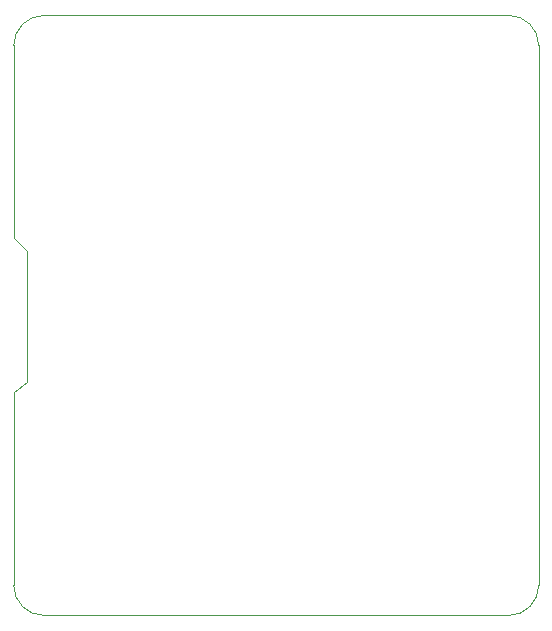
<source format=gbr>
%TF.GenerationSoftware,KiCad,Pcbnew,(6.0.11-0)*%
%TF.CreationDate,2023-08-12T13:13:46-05:00*%
%TF.ProjectId,dropkick,64726f70-6b69-4636-9b2e-6b696361645f,rev?*%
%TF.SameCoordinates,Original*%
%TF.FileFunction,Profile,NP*%
%FSLAX46Y46*%
G04 Gerber Fmt 4.6, Leading zero omitted, Abs format (unit mm)*
G04 Created by KiCad (PCBNEW (6.0.11-0)) date 2023-08-12 13:13:46*
%MOMM*%
%LPD*%
G01*
G04 APERTURE LIST*
%TA.AperFunction,Profile*%
%ADD10C,0.100000*%
%TD*%
G04 APERTURE END LIST*
D10*
X105410000Y-95250000D02*
X66040000Y-95250000D01*
X64600000Y-75500000D02*
X63500000Y-76300000D01*
X66040000Y-44450000D02*
G75*
G03*
X63500000Y-46990000I0J-2540000D01*
G01*
X107950000Y-46990000D02*
G75*
G03*
X105410000Y-44450000I-2540000J0D01*
G01*
X63500000Y-46990000D02*
X63500000Y-63300000D01*
X63500000Y-92710000D02*
G75*
G03*
X66040000Y-95250000I2540000J0D01*
G01*
X63500000Y-92710000D02*
X63500000Y-76300000D01*
X105410000Y-44450000D02*
X66040000Y-44450000D01*
X64600000Y-64400000D02*
X64600000Y-75500000D01*
X107950000Y-92710000D02*
X107950000Y-46990000D01*
X105410000Y-95250000D02*
G75*
G03*
X107950000Y-92710000I0J2540000D01*
G01*
X63500000Y-63300000D02*
X64600000Y-64400000D01*
M02*

</source>
